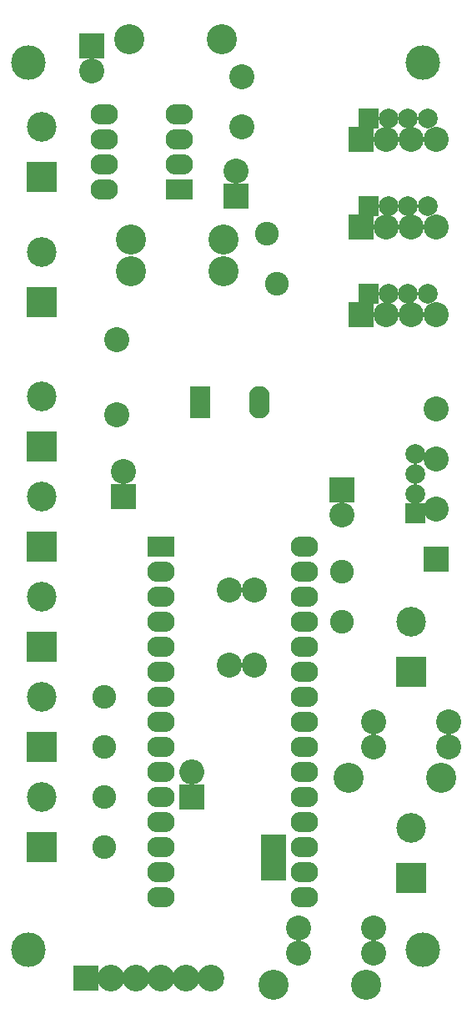
<source format=gbs>
G04 #@! TF.FileFunction,Soldermask,Bot*
%FSLAX46Y46*%
G04 Gerber Fmt 4.6, Leading zero omitted, Abs format (unit mm)*
G04 Created by KiCad (PCBNEW 4.0.2-stable) date 31/10/2016 17:04:06*
%MOMM*%
G01*
G04 APERTURE LIST*
%ADD10C,0.150000*%
%ADD11C,3.508000*%
%ADD12C,2.413000*%
%ADD13R,2.540000X2.540000*%
%ADD14C,2.540000*%
%ADD15C,3.048000*%
%ADD16R,2.794000X2.082800*%
%ADD17O,2.794000X2.082800*%
%ADD18O,2.540000X2.540000*%
%ADD19R,2.608580X2.608580*%
%ADD20C,2.707640*%
%ADD21R,2.008000X2.008000*%
%ADD22C,2.008000*%
%ADD23R,3.007360X3.007360*%
%ADD24C,3.007360*%
%ADD25R,2.108000X3.308000*%
%ADD26O,2.108000X3.308000*%
G04 APERTURE END LIST*
D10*
D11*
X44987000Y95161500D03*
X4987000Y95161500D03*
X4987000Y5161500D03*
X44987000Y5161500D03*
D12*
X12687000Y30857500D03*
X12687000Y25777500D03*
X12687000Y20697500D03*
X12687000Y15617500D03*
D13*
X36817000Y51812500D03*
D14*
X36817000Y49272500D03*
D12*
X36817000Y38477500D03*
X36817000Y43557500D03*
D13*
X11417000Y96897500D03*
D14*
X11417000Y94357500D03*
D13*
X26022000Y81657500D03*
D14*
X26022000Y84197500D03*
D13*
X14592000Y51177500D03*
D14*
X14592000Y53717500D03*
D15*
X29832000Y1647500D03*
X39230000Y1647500D03*
X37452000Y22602500D03*
X46850000Y22602500D03*
X24752000Y77212500D03*
X15354000Y77212500D03*
X24752000Y74037500D03*
X15354000Y74037500D03*
D12*
X29197000Y77847500D03*
X30197000Y72747500D03*
D16*
X18402000Y46097500D03*
D17*
X18402000Y43557500D03*
X18402000Y41017500D03*
X18402000Y38477500D03*
X18402000Y35937500D03*
X18402000Y33397500D03*
X18402000Y30857500D03*
X18402000Y28317500D03*
X18402000Y25777500D03*
X18402000Y23237500D03*
X18402000Y20697500D03*
X18402000Y18157500D03*
X18402000Y15617500D03*
X18402000Y13077500D03*
X18402000Y10537500D03*
X33007000Y10537500D03*
X33007000Y13077500D03*
X33007000Y15617500D03*
X33007000Y18157500D03*
X33007000Y20697500D03*
X33007000Y23237500D03*
X33007000Y25777500D03*
X33007000Y28317500D03*
X33007000Y30857500D03*
X33007000Y33397500D03*
X33007000Y35937500D03*
X33007000Y38477500D03*
X33007000Y41017500D03*
X33007000Y43557500D03*
X33007000Y46097500D03*
D13*
X29832000Y15617500D03*
X29832000Y13458500D03*
D14*
X26657000Y93722500D03*
X26657000Y88642500D03*
D13*
X21577000Y20697500D03*
D18*
X21577000Y23237500D03*
D19*
X10782000Y2282500D03*
D20*
X13322000Y2282500D03*
X15862000Y2282500D03*
X18402000Y2282500D03*
X20942000Y2282500D03*
X23482000Y2282500D03*
D13*
X38722000Y87372500D03*
D14*
X41262000Y87372500D03*
X43802000Y87372500D03*
X46342000Y87372500D03*
D21*
X39532000Y89483500D03*
D22*
X41532000Y89483500D03*
X43532000Y89483500D03*
X45532000Y89483500D03*
D13*
X38722000Y78482500D03*
D14*
X41262000Y78482500D03*
X43802000Y78482500D03*
X46342000Y78482500D03*
D21*
X39532000Y80593500D03*
D22*
X41532000Y80593500D03*
X43532000Y80593500D03*
X45532000Y80593500D03*
D13*
X38722000Y69592500D03*
D14*
X41262000Y69592500D03*
X43802000Y69592500D03*
X46342000Y69592500D03*
D21*
X39532000Y71703500D03*
D22*
X41532000Y71703500D03*
X43532000Y71703500D03*
X45532000Y71703500D03*
D14*
X13957000Y59432500D03*
X13957000Y67052500D03*
X25387000Y41652500D03*
X25387000Y34032500D03*
X27927000Y34032500D03*
X27927000Y41652500D03*
X32372000Y4822500D03*
X39992000Y4822500D03*
X39992000Y25777500D03*
X47612000Y25777500D03*
X39992000Y7362500D03*
X32372000Y7362500D03*
X47612000Y28317500D03*
X39992000Y28317500D03*
D16*
X20307000Y82292500D03*
D17*
X20307000Y84832500D03*
X20307000Y87372500D03*
X20307000Y89912500D03*
X12687000Y89912500D03*
X12687000Y87372500D03*
X12687000Y84832500D03*
X12687000Y82292500D03*
D13*
X46342000Y44827500D03*
D14*
X46342000Y49907500D03*
X46342000Y54987500D03*
X46342000Y60067500D03*
D21*
X44231000Y49447500D03*
D22*
X44231000Y51447500D03*
X44231000Y53447500D03*
X44231000Y55447500D03*
D23*
X6337000Y56257500D03*
D24*
X6337000Y61337500D03*
D23*
X6337000Y46097500D03*
D24*
X6337000Y51177500D03*
D23*
X6337000Y35937500D03*
D24*
X6337000Y41017500D03*
D23*
X6337000Y25777500D03*
D24*
X6337000Y30857500D03*
D23*
X6337000Y15617500D03*
D24*
X6337000Y20697500D03*
D23*
X6337000Y83562500D03*
D24*
X6337000Y88642500D03*
D23*
X6337000Y70862500D03*
D24*
X6337000Y75942500D03*
D23*
X43802000Y12442500D03*
D24*
X43802000Y17522500D03*
D23*
X43802000Y33397500D03*
D24*
X43802000Y38477500D03*
D25*
X22387000Y60702500D03*
D26*
X28387000Y60702500D03*
D15*
X15227000Y97532500D03*
X24625000Y97532500D03*
M02*

</source>
